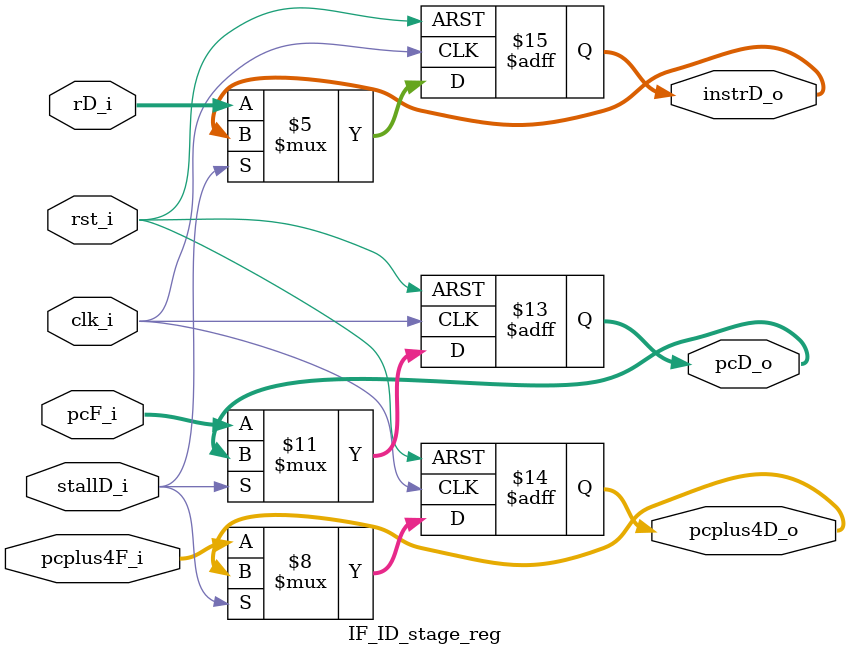
<source format=sv>
`timescale 1ns / 1ps

module IF_ID_stage_reg(
    input  logic        clk_i,
    input  logic        rst_i,
    
    input  logic        stallD_i,
    input  logic [31:0] pcF_i,
    input  logic [31:0] pcplus4F_i,
    input  logic [31:0] rD_i,
   
    output logic [31:0] pcD_o,
    output logic [31:0] pcplus4D_o,
    output logic [31:0] instrD_o
    
    );
    
    
    always_ff @(posedge clk_i, negedge rst_i) begin
        if (!rst_i)begin
        
            pcD_o          <= '0;      
            pcplus4D_o     <= '0;
            instrD_o       <= '0;
            end
            
        else if (stallD_i == 0) begin 
            pcD_o          <= pcF_i;      
            pcplus4D_o     <= pcplus4F_i ;
            instrD_o       <= rD_i;
            end
            
        else begin 
            pcD_o          <= pcD_o;      
            pcplus4D_o     <= pcplus4D_o ;
            instrD_o       <= instrD_o;
            end
             
    end
    
endmodule

</source>
